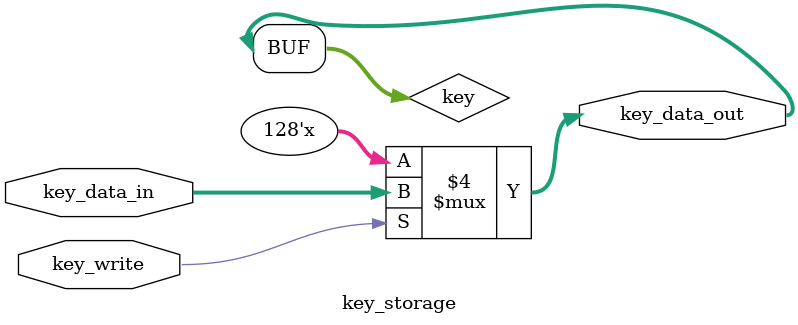
<source format=v>



module key_storage #(
    parameter integer KEY_LENGTH = 128
)(
    input                          key_write,
    input       [KEY_LENGTH-1:0] key_data_in,
    output reg  [KEY_LENGTH-1:0] key_data_out
);

reg [KEY_LENGTH-1:0] key = 0;

always@(key_write)
    begin
        if(key_write) begin
            key = 0;
            key = key_data_in;
        end
        key_data_out <= key;
    end
    
endmodule

</source>
